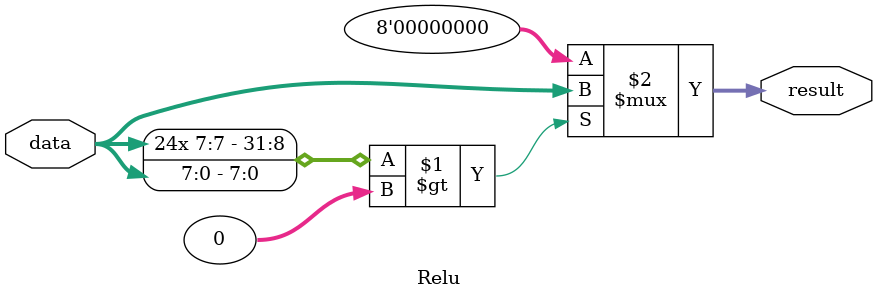
<source format=v>
module Relu(	// file.cleaned.mlir:2:3
  input  [7:0] data,	// file.cleaned.mlir:2:22
  output [7:0] result	// file.cleaned.mlir:2:38
);

  assign result = $signed({{24{data[7]}}, data}) > 32'sh0 ? data : 8'h0;	// file.cleaned.mlir:3:14, :4:15, :5:10, :6:10, :7:10, :8:10, :9:10, :10:5
endmodule


</source>
